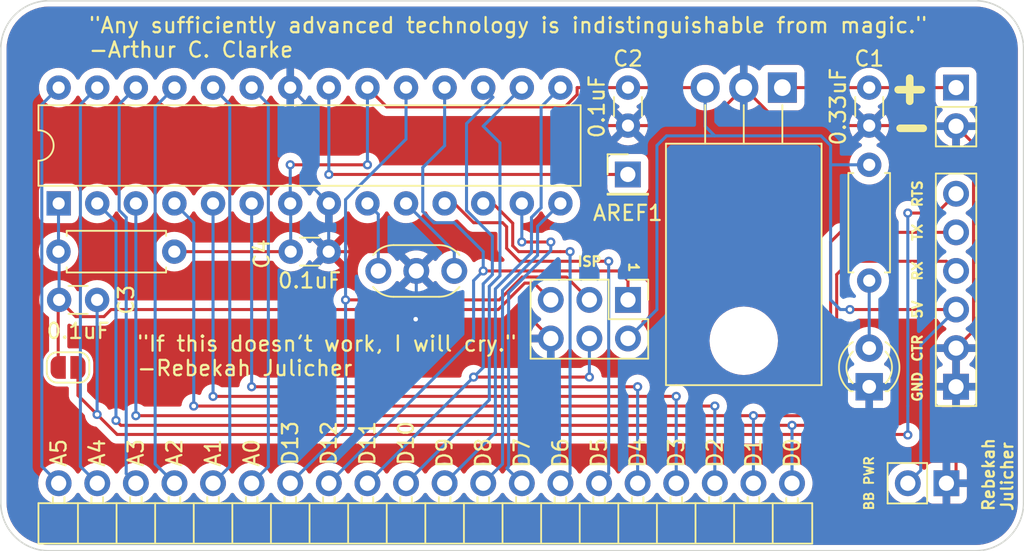
<source format=kicad_pcb>
(kicad_pcb (version 20240108) (generator "pcbnew") (generator_version "8.0")
  (layers (0 "F.Cu" signal) (31 "B.Cu" signal) (34 "B.Paste" user) (35 "F.Paste" user) (36 "B.SilkS" user "B.Silkscreen") (37 "F.SilkS" user "F.Silkscreen") (38 "B.Mask" user) (39 "F.Mask" user) (44 "Edge.Cuts" user))
  (net 0 "")
  (net 1 "+9V")
  (net 2 "GND")
  (net 3 "+5V")
  (net 4 "/DTR")
  (net 5 "/D1")
  (net 6 "/D0")
  (net 7 "Net-(AREF1-Pin_1)")
  (net 8 "/D13")
  (net 9 "/A1")
  (net 10 "/D2")
  (net 11 "/A5")
  (net 12 "/A2")
  (net 13 "/D3")
  (net 14 "/D11")
  (net 15 "/D8")
  (net 16 "/D10")
  (net 17 "/D7")
  (net 18 "/D6")
  (net 19 "/A4")
  (net 20 "/D5")
  (net 21 "/A3")
  (net 22 "/D9")
  (net 23 "/D12")
  (net 24 "/D4")
  (net 25 "/A0")
  (net 26 "Net-(U2-XTAL1{slash}PB6)")
  (net 27 "Net-(U2-XTAL2{slash}PB7)")
  (net 28 "/RESET")
  (net 29 "Net-(D1-A)")
  (footprint "Resistor_THT:R_Axial_DIN0207_L6.3mm_D2.5mm_P7.62mm_Horizontal" (layer "F.Cu") (at 93.98 59.055 -90)
    (property "Reference" "R2" (hide yes))
    (property "Value" "R" (hide yes))
    (fp_line (start 0.54 1.37) (end 7.08 1.37) (stroke (width 0.12)) (layer "F.SilkS"))
    (fp_line (start 7.08 1.37) (end 7.08 1.04) (stroke (width 0.12)) (layer "F.SilkS"))
    (fp_line (start 0.54 1.04) (end 0.54 1.37) (stroke (width 0.12)) (layer "F.SilkS"))
    (fp_line (start 0.54 -1.04) (end 0.54 -1.37) (stroke (width 0.12)) (layer "F.SilkS"))
    (fp_line (start 0.54 -1.37) (end 7.08 -1.37) (stroke (width 0.12)) (layer "F.SilkS"))
    (fp_line (start 7.08 -1.37) (end 7.08 -1.04) (stroke (width 0.12)) (layer "F.SilkS"))
    (pad "1" thru_hole circle (at 0 0 270) (size 1.6 1.6) (drill 0.8) (layers "*.Cu" "*.Mask") (net 3 "+5V"))
    (pad "2" thru_hole oval (at 7.62 0 270) (size 1.6 1.6) (drill 0.8) (layers "*.Cu" "*.Mask") (net 29 "Net-(D1-A)"))
  )
  (footprint "05833:C_Disc_D3.0mm_W1.6mm_P2.50mm" (layer "F.Cu") (at 40.67 67.945)
    (property "Reference" "C3" (at 4.415 0 -90) (layer "F.SilkS"))
    (property "Value" "0.1uF" (at 1.25 2.05 0) (layer "F.SilkS"))
    (fp_line (start 0.621 -0.92) (end 1.879 -0.92) (stroke (width 0.12)) (layer "F.SilkS"))
    (fp_line (start 0.621 0.92) (end 1.879 0.92) (stroke (width 0.12)) (layer "F.SilkS"))
    (pad "1" thru_hole circle (at 0 0) (size 1.6 1.6) (drill 0.8) (layers "*.Cu" "*.Mask") (net 28 "/RESET"))
    (pad "2" thru_hole circle (at 2.5 0) (size 1.6 1.6) (drill 0.8) (layers "*.Cu" "*.Mask") (net 4 "/DTR"))
  )
  (footprint "05833:PinHeader_1x01_P2.54mm_Vertical" (layer "F.Cu") (at 78.095 59.69)
    (property "Reference" "AREF1" (at 0 2.54 0) (layer "F.SilkS"))
    (property "Value" "AREF" (hide yes))
    (fp_line (start -1.33 -1.33) (end 0 -1.33) (stroke (width 0.12)) (layer "F.SilkS"))
    (fp_line (start -1.33 0) (end -1.33 -1.33) (stroke (width 0.12)) (layer "F.SilkS"))
    (fp_line (start -1.33 1.27) (end -1.33 1.33) (stroke (width 0.12)) (layer "F.SilkS"))
    (fp_line (start -1.33 1.27) (end 1.33 1.27) (stroke (width 0.12)) (layer "F.SilkS"))
    (fp_line (start -1.33 1.33) (end 1.33 1.33) (stroke (width 0.12)) (layer "F.SilkS"))
    (fp_line (start 1.33 1.27) (end 1.33 1.33) (stroke (width 0.12)) (layer "F.SilkS"))
    (pad "1" thru_hole rect (at 0 0) (size 1.7 1.7) (drill 1) (layers "*.Cu" "*.Mask") (net 7 "Net-(AREF1-Pin_1)"))
  )
  (footprint "05833:C_Disc_D3.0mm_W1.6mm_P2.50mm" (layer "F.Cu") (at 93.98 53.975 -90)
    (property "Reference" "C1" (at -1.905 0 0) (layer "F.SilkS"))
    (property "Value" "0.33uF" (at 1.25 2.05 90) (layer "F.SilkS"))
    (fp_line (start 0.621 0.92) (end 1.879 0.92) (stroke (width 0.12)) (layer "F.SilkS"))
    (fp_line (start 0.621 -0.92) (end 1.879 -0.92) (stroke (width 0.12)) (layer "F.SilkS"))
    (pad "1" thru_hole circle (at 0 0 270) (size 1.6 1.6) (drill 0.8) (layers "*.Cu" "*.Mask") (net 1 "+9V"))
    (pad "2" thru_hole circle (at 2.5 0 270) (size 1.6 1.6) (drill 0.8) (layers "*.Cu" "*.Mask") (net 2 "GND"))
  )
  (footprint "05833:ArduinoGPIO_1x20_P2.54mm_Horizontal" (layer "F.Cu") (at 88.9 80.01 -90)
    (property "Reference" "J4" (hide yes))
    (property "Value" "GPIO")
    (fp_line (start 1.313 49.59) (end 3.973 49.59) (stroke (width 0.12)) (layer "F.SilkS"))
    (fp_line (start 3.973 49.59) (end 3.973 -1.33) (stroke (width 0.12)) (layer "F.SilkS"))
    (fp_line (start 0.915929 48.64) (end 1.313 48.64) (stroke (width 0.12)) (layer "F.SilkS"))
    (fp_line (start 0.915929 47.88) (end 1.313 47.88) (stroke (width 0.12)) (layer "F.SilkS"))
    (fp_line (start 1.313 46.99) (end 3.973 46.99) (stroke (width 0.12)) (layer "F.SilkS"))
    (fp_line (start 0.915929 46.1) (end 1.313 46.1) (stroke (width 0.12)) (layer "F.SilkS"))
    (fp_line (start 0.915929 45.34) (end 1.313 45.34) (stroke (width 0.12)) (layer "F.SilkS"))
    (fp_line (start 1.313 44.45) (end 3.973 44.45) (stroke (width 0.12)) (layer "F.SilkS"))
    (fp_line (start 0.915929 43.56) (end 1.313 43.56) (stroke (width 0.12)) (layer "F.SilkS"))
    (fp_line (start 0.915929 42.8) (end 1.313 42.8) (stroke (width 0.12)) (layer "F.SilkS"))
    (fp_line (start 1.313 41.91) (end 3.973 41.91) (stroke (width 0.12)) (layer "F.SilkS"))
    (fp_line (start 0.915929 41.02) (end 1.313 41.02) (stroke (width 0.12)) (layer "F.SilkS"))
    (fp_line (start 0.915929 40.26) (end 1.313 40.26) (stroke (width 0.12)) (layer "F.SilkS"))
    (fp_line (start 1.313 39.37) (end 3.973 39.37) (stroke (width 0.12)) (layer "F.SilkS"))
    (fp_line (start 0.915929 38.48) (end 1.313 38.48) (stroke (width 0.12)) (layer "F.SilkS"))
    (fp_line (start 0.915929 37.72) (end 1.313 37.72) (stroke (width 0.12)) (layer "F.SilkS"))
    (fp_line (start 1.313 36.83) (end 3.973 36.83) (stroke (width 0.12)) (layer "F.SilkS"))
    (fp_line (start 0.915929 35.94) (end 1.313 35.94) (stroke (width 0.12)) (layer "F.SilkS"))
    (fp_line (start 0.915929 35.18) (end 1.313 35.18) (stroke (width 0.12)) (layer "F.SilkS"))
    (fp_line (start 1.313 34.29) (end 3.973 34.29) (stroke (width 0.12)) (layer "F.SilkS"))
    (fp_line (start 0.915929 33.4) (end 1.313 33.4) (stroke (width 0.12)) (layer "F.SilkS"))
    (fp_line (start 0.915929 32.64) (end 1.313 32.64) (stroke (width 0.12)) (layer "F.SilkS"))
    (fp_line (start 1.313 31.75) (end 3.973 31.75) (stroke (width 0.12)) (layer "F.SilkS"))
    (fp_line (start 0.915929 30.86) (end 1.313 30.86) (stroke (width 0.12)) (layer "F.SilkS"))
    (fp_line (start 0.915929 30.1) (end 1.313 30.1) (stroke (width 0.12)) (layer "F.SilkS"))
    (fp_line (start 1.313 29.21) (end 3.973 29.21) (stroke (width 0.12)) (layer "F.SilkS"))
    (fp_line (start 0.915929 28.32) (end 1.313 28.32) (stroke (width 0.12)) (layer "F.SilkS"))
    (fp_line (start 0.915929 27.56) (end 1.313 27.56) (stroke (width 0.12)) (layer "F.SilkS"))
    (fp_line (start 1.313 26.67) (end 3.973 26.67) (stroke (width 0.12)) (layer "F.SilkS"))
    (fp_line (start 0.915929 25.78) (end 1.313 25.78) (stroke (width 0.12)) (layer "F.SilkS"))
    (fp_line (start 0.915929 25.02) (end 1.313 25.02) (stroke (width 0.12)) (layer "F.SilkS"))
    (fp_line (start 1.313 24.13) (end 3.973 24.13) (stroke (width 0.12)) (layer "F.SilkS"))
    (fp_line (start 0.915929 23.24) (end 1.313 23.24) (stroke (width 0.12)) (layer "F.SilkS"))
    (fp_line (start 0.915929 22.48) (end 1.313 22.48) (stroke (width 0.12)) (layer "F.SilkS"))
    (fp_line (start 1.313 21.59) (end 3.973 21.59) (stroke (width 0.12)) (layer "F.SilkS"))
    (fp_line (start 0.915929 20.7) (end 1.313 20.7) (stroke (width 0.12)) (layer "F.SilkS"))
    (fp_line (start 0.915929 19.94) (end 1.313 19.94) (stroke (width 0.12)) (layer "F.SilkS"))
    (fp_line (start 1.313 19.05) (end 3.973 19.05) (stroke (width 0.12)) (layer "F.SilkS"))
    (fp_line (start 0.915929 18.16) (end 1.313 18.16) (stroke (width 0.12)) (layer "F.SilkS"))
    (fp_line (start 0.915929 17.4) (end 1.313 17.4) (stroke (width 0.12)) (layer "F.SilkS"))
    (fp_line (start 1.313 16.51) (end 3.973 16.51) (stroke (width 0.12)) (layer "F.SilkS"))
    (fp_line (start 0.915929 15.62) (end 1.313 15.62) (stroke (width 0.12)) (layer "F.SilkS"))
    (fp_line (start 0.915929 14.86) (end 1.313 14.86) (stroke (width 0.12)) (layer "F.SilkS"))
    (fp_line (start 1.313 13.97) (end 3.973 13.97) (stroke (width 0.12)) (layer "F.SilkS"))
    (fp_line (start 0.915929 13.08) (end 1.313 13.08) (stroke (width 0.12)) (layer "F.SilkS"))
    (fp_line (start 0.915929 12.32) (end 1.313 12.32) (stroke (width 0.12)) (layer "F.SilkS"))
    (fp_line (start 1.313 11.43) (end 3.973 11.43) (stroke (width 0.12)) (layer "F.SilkS"))
    (fp_line (start 0.915929 10.54) (end 1.313 10.54) (stroke (width 0.12)) (layer "F.SilkS"))
    (fp_line (start 0.915929 9.78) (end 1.313 9.78) (stroke (width 0.12)) (layer "F.SilkS"))
    (fp_line (start 1.313 8.89) (end 3.973 8.89) (stroke (width 0.12)) (layer "F.SilkS"))
    (fp_line (start 0.915929 8) (end 1.313 8) (stroke (width 0.12)) (layer "F.SilkS"))
    (fp_line (start 0.915929 7.24) (end 1.313 7.24) (stroke (width 0.12)) (layer "F.SilkS"))
    (fp_line (start 1.313 6.35) (end 3.973 6.35) (stroke (width 0.12)) (layer "F.SilkS"))
    (fp_line (start 0.915929 5.46) (end 1.313 5.46) (stroke (width 0.12)) (layer "F.SilkS"))
    (fp_line (start 0.915929 4.7) (end 1.313 4.7) (stroke (width 0.12)) (layer "F.SilkS"))
    (fp_line (start 1.313 3.81) (end 3.973 3.81) (stroke (width 0.12)) (layer "F.SilkS"))
    (fp_line (start 0.915929 2.92) (end 1.313 2.92) (stroke (width 0.12)) (layer "F.SilkS"))
    (fp_line (start 0.915929 2.16) (end 1.313 2.16) (stroke (width 0.12)) (layer "F.SilkS"))
    (fp_line (start 1.313 1.27) (end 3.973 1.27) (stroke (width 0.12)) (layer "F.SilkS"))
    (fp_line (start 0.983 0.38) (end 1.313 0.38) (stroke (width 0.12)) (layer "F.SilkS"))
    (fp_line (start 0.983 -0.38) (end 1.313 -0.38) (stroke (width 0.12)) (layer "F.SilkS"))
    (fp_line (start 1.313 -1.33) (end 1.313 49.59) (stroke (width 0.12)) (layer "F.SilkS"))
    (fp_line (start 3.973 -1.33) (end 1.313 -1.33) (stroke (width 0.12)) (layer "F.SilkS"))
    (fp_text user "A4" (at -2 45.72 90) (layer "F.SilkS"))
    (fp_text user "A3" (at -2 43.18 90) (layer "F.SilkS"))
    (fp_text user "D3" (at -2 7.62 90) (layer "F.SilkS"))
    (fp_text user "D4" (at -2 10.16 90) (layer "F.SilkS"))
    (fp_text user "D12" (at -2.635 30.48 90) (layer "F.SilkS"))
    (fp_text user "D11" (at -2.635 27.94 90) (layer "F.SilkS"))
    (fp_text user "D0" (at -2 0 90) (layer "F.SilkS"))
    (fp_text user "D10" (at -2.635 25.4 90) (layer "F.SilkS"))
    (fp_text user "A5" (at -2 48.26 90) (layer "F.SilkS"))
    (fp_text user "D8" (at -2 20.32 90) (layer "F.SilkS"))
    (fp_text user "D7" (at -2 17.78 90) (layer "F.SilkS"))
    (fp_text user "A1" (at -2 38.1 90) (layer "F.SilkS"))
    (fp_text user "D2" (at -2 5.08 90) (layer "F.SilkS"))
    (fp_text user "A2" (at -2 40.64 90) (layer "F.SilkS"))
    (fp_text user "D5" (at -2 12.7 90) (layer "F.SilkS"))
    (fp_text user "D6" (at -2 15.24 90) (layer "F.SilkS"))
    (fp_text user "A0" (at -2 35.56 90) (layer "F.SilkS"))
    (fp_text user "D9" (at -2 22.86 90) (layer "F.SilkS"))
    (fp_text user "D1" (at -2 2.54 90) (layer "F.SilkS"))
    (fp_text user "D13" (at -2.635 33.02 90) (layer "F.SilkS"))
    (pad "1" thru_hole circle (at 0 0 270) (size 1.7 1.7) (drill 1) (layers "*.Cu" "*.Mask") (net 6 "/D0"))
    (pad "2" thru_hole oval (at 0 2.54 270) (size 1.7 1.7) (drill 1) (layers "*.Cu" "*.Mask") (net 5 "/D1"))
    (pad "3" thru_hole oval (at 0 5.08 270) (size 1.7 1.7) (drill 1) (layers "*.Cu" "*.Mask") (net 10 "/D2"))
    (pad "4" thru_hole oval (at 0 7.62 270) (size 1.7 1.7) (drill 1) (layers "*.Cu" "*.Mask") (net 13 "/D3"))
    (pad "5" thru_hole oval (at 0 10.16 270) (size 1.7 1.7) (drill 1) (layers "*.Cu" "*.Mask") (net 24 "/D4"))
    (pad "6" thru_hole oval (at 0 12.7 270) (size 1.7 1.7) (drill 1) (layers "*.Cu" "*.Mask") (net 20 "/D5"))
    (pad "7" thru_hole oval (at 0 15.24 270) (size 1.7 1.7) (drill 1) (layers "*.Cu" "*.Mask") (net 18 "/D6"))
    (pad "8" thru_hole oval (at 0 17.78 270) (size 1.7 1.7) (drill 1) (layers "*.Cu" "*.Mask") (net 17 "/D7"))
    (pad "9" thru_hole oval (at 0 20.32 270) (size 1.7 1.7) (drill 1) (layers "*.Cu" "*.Mask") (net 15 "/D8"))
    (pad "10" thru_hole oval (at 0 22.86 270) (size 1.7 1.7) (drill 1) (layers "*.Cu" "*.Mask") (net 22 "/D9"))
    (pad "11" thru_hole oval (at 0 25.4 270) (size 1.7 1.7) (drill 1) (layers "*.Cu" "*.Mask") (net 16 "/D10"))
    (pad "12" thru_hole oval (at 0 27.94 270) (size 1.7 1.7) (drill 1) (layers "*.Cu" "*.Mask") (net 14 "/D11"))
    (pad "13" thru_hole oval (at 0 30.48 270) (size 1.7 1.7) (drill 1) (layers "*.Cu" "*.Mask") (net 23 "/D12"))
    (pad "14" thru_hole oval (at 0 33.02 270) (size 1.7 1.7) (drill 1) (layers "*.Cu" "*.Mask") (net 8 "/D13"))
    (pad "15" thru_hole oval (at 0 35.56 270) (size 1.7 1.7) (drill 1) (layers "*.Cu" "*.Mask") (net 25 "/A0"))
    (pad "16" thru_hole oval (at 0 38.1 270) (size 1.7 1.7) (drill 1) (layers "*.Cu" "*.Mask") (net 9 "/A1"))
    (pad "17" thru_hole oval (at 0 40.64 270) (size 1.7 1.7) (drill 1) (layers "*.Cu" "*.Mask") (net 12 "/A2"))
    (pad "18" thru_hole oval (at 0 43.18 270) (size 1.7 1.7) (drill 1) (layers "*.Cu" "*.Mask") (net 21 "/A3"))
    (pad "19" thru_hole oval (at 0 45.72 270) (size 1.7 1.7) (drill 1) (layers "*.Cu" "*.Mask") (net 19 "/A4"))
    (pad "20" thru_hole oval (at 0 48.26 270) (size 1.7 1.7) (drill 1) (layers "*.Cu" "*.Mask") (net 11 "/A5"))
  )
  (footprint "05833:C_Disc_D3.0mm_W1.6mm_P2.50mm" (layer "F.Cu") (at 58.41 64.77 180)
    (property "Reference" "C4" (at 4.405 -0.16 -90) (layer "F.SilkS"))
    (property "Value" "0.1uF" (at 1.26 -1.905 180) (layer "F.SilkS"))
    (fp_line (start 0.621 0.92) (end 1.879 0.92) (stroke (width 0.12)) (layer "F.SilkS"))
    (fp_line (start 0.621 -0.92) (end 1.879 -0.92) (stroke (width 0.12)) (layer "F.SilkS"))
    (pad "1" thru_hole circle (at 0 0 180) (size 1.6 1.6) (drill 0.8) (layers "*.Cu" "*.Mask") (net 2 "GND"))
    (pad "2" thru_hole circle (at 2.5 0 180) (size 1.6 1.6) (drill 0.8) (layers "*.Cu" "*.Mask") (net 3 "+5V"))
  )
  (footprint "05833:BB_PowerRails" (layer "F.Cu") (at 99.06 80.01 -90)
    (property "Reference" "J1" (hide yes))
    (property "Value" "BB Power" (hide yes))
    (fp_line (start -1.33 3.87) (end 1.33 3.87) (stroke (width 0.12)) (layer "F.SilkS"))
    (fp_line (start -1.33 1.27) (end -1.33 3.87) (stroke (width 0.12)) (layer "F.SilkS"))
    (fp_line (start -1.33 1.27) (end 1.33 1.27) (stroke (width 0.12)) (layer "F.SilkS"))
    (fp_line (start 1.33 1.27) (end 1.33 3.87) (stroke (width 0.12)) (layer "F.SilkS"))
    (fp_text user "BB PWR" (at 0 5.09 90) (layer "F.SilkS") (effects (font (size 0.6 0.6) (thickness 0.127) (bold yes))))
    (pad "1" thru_hole rect (at 0 0 270) (size 1.7 1.7) (drill 1) (layers "*.Cu" "*.Mask") (net 2 "GND"))
    (pad "2" thru_hole oval (at 0 2.54 270) (size 1.7 1.7) (drill 1) (layers "*.Cu" "*.Mask") (net 3 "+5V"))
  )
  (footprint "Jumper:SolderJumper-2_P1.3mm_Open_RoundedPad1.0x1.5mm" (layer "F.Cu") (at 41.26 72.39)
    (property "Reference" "JP1" (hide yes))
    (property "Value" "SolderJumper_2_Open" (hide yes))
    (fp_line (start -1.4 0.3) (end -1.4 -0.3) (stroke (width 0.12)) (layer "F.SilkS"))
    (fp_line (start -0.7 -1) (end 0.7 -1) (stroke (width 0.12)) (layer "F.SilkS"))
    (fp_line (start 0.7 1) (end -0.7 1) (stroke (width 0.12)) (layer "F.SilkS"))
    (fp_line (start 1.4 -0.3) (end 1.4 0.3) (stroke (width 0.12)) (layer "F.SilkS"))
    (fp_arc (start -1.4 -0.3) (mid -1.194975 -0.794975) (end -0.7 -1) (stroke (width 0.12)) (layer "F.SilkS"))
    (fp_arc (start -0.7 1) (mid -1.194975 0.794975) (end -1.4 0.3) (stroke (width 0.12)) (layer "F.SilkS"))
    (fp_arc (start 0.7 -1) (mid 1.194975 -0.794975) (end 1.4 -0.3) (stroke (width 0.12)) (layer "F.SilkS"))
    (fp_arc (start 1.4 0.3) (mid 1.194975 0.794975) (end 0.7 1) (stroke (width 0.12)) (layer "F.SilkS"))
    (pad "1" smd custom (at -0.65 0) (size 1 0.5) (layers "F.Cu" "F.Mask") (net 28 "/RESET") (options (clearance outline) (anchor rect)) (primitives (gr_circle (center 0 0.25) (end 0.5 0.25) (width 0) (fill yes)) (gr_circle (center 0 -0.25) (end 0.5 -0.25) (width 0) (fill yes)) (gr_poly (pts (xy 0.5 0.75) (xy 0 0.75) (xy 0 -0.75) (xy 0.5 -0.75)) (width 0) (fill yes))))
    (pad "2" smd custom (at 0.65 0) (size 1 0.5) (layers "F.Cu" "F.Mask") (net 4 "/DTR") (options (clearance outline) (anchor rect)) (primitives (gr_circle (center 0 0.25) (end 0.5 0.25) (width 0) (fill yes)) (gr_circle (center 0 -0.25) (end 0.5 -0.25) (width 0) (fill yes)) (gr_poly (pts (xy 0 0.75) (xy -0.5 0.75) (xy -0.5 -0.75) (xy 0 -0.75)) (width 0) (fill yes))))
  )
  (footprint "05833:FTDI_1x06_P2.54mm_Vertical" (layer "F.Cu") (at 99.695 73.66 180)
    (property "Reference" "J2" (hide yes))
    (property "Value" "FTDI" (hide yes))
    (fp_line (start 1.33 -1.27) (end 1.33 14.03) (stroke (width 0.12)) (layer "F.SilkS"))
    (fp_line (start -1.33 14.03) (end 1.33 14.03) (stroke (width 0.12)) (layer "F.SilkS"))
    (fp_line (start -1.33 -1.27) (end 1.33 -1.27) (stroke (width 0.12)) (layer "F.SilkS"))
    (fp_line (start -1.33 -1.27) (end -1.33 14.03) (stroke (width 0.12)) (layer "F.SilkS"))
    (fp_text user "CTR" (at 2.54 2.54 90) (layer "F.SilkS") (effects (font (size 0.635 0.635))))
    (fp_text user "5V" (at 2.54 5.08 -90) (layer "F.SilkS") (effects (font (size 0.635 0.635))))
    (fp_text user "GND" (at 2.54 0 -90) (layer "F.SilkS") (effects (font (size 0.635 0.635))))
    (fp_text user "RX" (at 2.54 7.62 -90) (layer "F.SilkS") (effects (font (size 0.635 0.635))))
    (fp_text user "RTS" (at 2.54 12.7 -90) (layer "F.SilkS") (effects (font (size 0.635 0.635))))
    (fp_text user "TX" (at 2.54 10.16 -90) (layer "F.SilkS") (effects (font (size 0.635 0.635))))
    (pad "1" thru_hole rect (at 0 0 180) (size 1.7 1.7) (drill 1) (layers "*.Cu" "*.Mask") (net 2 "GND"))
    (pad "2" thru_hole oval (at 0 2.54 180) (size 1.7 1.7) (drill 1) (layers "*.Cu" "*.Mask") (net 2 "GND"))
    (pad "3" thru_hole oval (at 0 5.08 180) (size 1.7 1.7) (drill 1) (layers "*.Cu" "*.Mask") (net 3 "+5V"))
    (pad "4" thru_hole oval (at 0 7.62 180) (size 1.7 1.7) (drill 1) (layers "*.Cu" "*.Mask") (net 6 "/D0"))
    (pad "5" thru_hole oval (at 0 10.16 180) (size 1.7 1.7) (drill 1) (layers "*.Cu" "*.Mask") (net 5 "/D1"))
    (pad "6" thru_hole oval (at 0 12.7 180) (size 1.7 1.7) (drill 1) (layers "*.Cu" "*.Mask") (net 4 "/DTR"))
  )
  (footprint "05833:C_Disc_D3.0mm_W1.6mm_P2.50mm" (layer "F.Cu") (at 78.105 53.975 -90)
    (property "Reference" "C2" (at -1.905 0 0) (layer "F.SilkS"))
    (property "Value" "0.1uF" (at 1.25 2.05 90) (layer "F.SilkS"))
    (fp_line (start 0.621 0.92) (end 1.879 0.92) (stroke (width 0.12)) (layer "F.SilkS"))
    (fp_line (start 0.621 -0.92) (end 1.879 -0.92) (stroke (width 0.12)) (layer "F.SilkS"))
    (pad "1" thru_hole circle (at 0 0 270) (size 1.6 1.6) (drill 0.8) (layers "*.Cu" "*.Mask") (net 3 "+5V"))
    (pad "2" thru_hole circle (at 2.5 0 270) (size 1.6 1.6) (drill 0.8) (layers "*.Cu" "*.Mask") (net 2 "GND"))
  )
  (footprint "05833:PinHeader_2x03_P2.54mm_Vertical" (layer "F.Cu") (at 78.105 67.945 -90)
    (property "Reference" "J3" (hide yes))
    (property "Value" "ISP" (at -2.52 2.53 0) (layer "F.SilkS") (effects (font (size 0.635 0.635))))
    (fp_line (start -1.33 6.41) (end 3.87 6.41) (stroke (width 0.12)) (layer "F.SilkS"))
    (fp_line (start -1.33 1.27) (end -1.33 6.41) (stroke (width 0.12)) (layer "F.SilkS"))
    (fp_line (start -1.33 1.27) (end 1.27 1.27) (stroke (width 0.12)) (layer "F.SilkS"))
    (fp_line (start 1.27 1.27) (end 1.27 -1.33) (stroke (width 0.12)) (layer "F.SilkS"))
    (fp_line (start -1.33 0) (end -1.33 -1.33) (stroke (width 0.12)) (layer "F.SilkS"))
    (fp_line (start -1.33 -1.33) (end 0 -1.33) (stroke (width 0.12)) (layer "F.SilkS"))
    (fp_line (start 1.27 -1.33) (end 3.87 -1.33) (stroke (width 0.12)) (layer "F.SilkS"))
    (fp_line (start 3.87 -1.33) (end 3.87 6.41) (stroke (width 0.12)) (layer "F.SilkS"))
    (pad "1" thru_hole rect (at 0 0 270) (size 1.7 1.7) (drill 1) (layers "*.Cu" "*.Mask") (net 23 "/D12"))
    (pad "2" thru_hole oval (at 2.54 0 270) (size 1.7 1.7) (drill 1) (layers "*.Cu" "*.Mask") (net 3 "+5V"))
    (pad "3" thru_hole oval (at 0 2.54 270) (size 1.7 1.7) (drill 1) (layers "*.Cu" "*.Mask") (net 8 "/D13"))
    (pad "4" thru_hole oval (at 2.54 2.54 270) (size 1.7 1.7) (drill 1) (layers "*.Cu" "*.Mask") (net 14 "/D11"))
    (pad "5" thru_hole oval (at 0 5.08 270) (size 1.7 1.7) (drill 1) (layers "*.Cu" "*.Mask") (net 28 "/RESET"))
    (pad "6" thru_hole oval (at 2.54 5.08 270) (size 1.7 1.7) (drill 1) (layers "*.Cu" "*.Mask") (net 2 "GND"))
  )
  (footprint "05833:R_Axial_QuarterWatt_Horizontal" (layer "F.Cu") (at 48.25 64.77 180)
    (property "Reference" "R1" (hide yes))
    (property "Value" "10K")
    (fp_line (start 7.08 1.37) (end 7.08 1.04) (stroke (width 0.12)) (layer "F.SilkS"))
    (fp_line (start 7.08 -1.37) (end 7.08 -1.04) (stroke (width 0.12)) (layer "F.SilkS"))
    (fp_line (start 0.54 1.37) (end 7.08 1.37) (stroke (width 0.12)) (layer "F.SilkS"))
    (fp_line (start 0.54 1.04) (end 0.54 1.37) (stroke (width 0.12)) (layer "F.SilkS"))
    (fp_line (start 0.54 -1.04) (end 0.54 -1.37) (stroke (width 0.12)) (layer "F.SilkS"))
    (fp_line (start 0.54 -1.37) (end 7.08 -1.37) (stroke (width 0.12)) (layer "F.SilkS"))
    (pad "1" thru_hole circle (at 0 0 180) (size 1.6 1.6) (drill 0.8) (layers "*.Cu" "*.Mask") (net 3 "+5V"))
    (pad "2" thru_hole oval (at 7.62 0 180) (size 1.6 1.6) (drill 0.8) (layers "*.Cu" "*.Mask") (net 28 "/RESET"))
  )
  (footprint "05833:Resonator-3Pin_W6.0mm_H3.0mm" (layer "F.Cu") (at 66.675 66.04 180)
    (property "Reference" "Y1" (hide yes))
    (property "Value" "16MHz Resonator")
    (fp_line (start 1 1.7) (end 4 1.7) (stroke (width 0.12)) (layer "F.SilkS"))
    (fp_line (start 1 -1.7) (end 4 -1.7) (stroke (width 0.12)) (layer "F.SilkS"))
    (fp_arc (start 5.33779 1.048961) (mid 4.743898 1.5286) (end 4 1.7) (stroke (width 0.12)) (layer "F.SilkS"))
    (fp_arc (start 4 -1.7) (mid 4.743897 -1.5286) (end 5.33779 -1.048961) (stroke (width 0.12)) (layer "F.SilkS"))
    (fp_arc (start 1 1.7) (mid 0.256103 1.5286) (end -0.33779 1.048961) (stroke (width 0.12)) (layer "F.SilkS"))
    (fp_arc (start -0.33779 -1.048961) (mid 0.256102 -1.5286) (end 1 -1.7) (stroke (width 0.12)) (layer "F.SilkS"))
    (pad "1" thru_hole circle (at 0 0 180) (size 1.7 1.7) (drill 1) (layers "*.Cu" "*.Mask") (net 27 "Net-(U2-XTAL2{slash}PB7)"))
    (pad "2" thru_hole circle (at 2.5 0 180) (size 1.7 1.7) (drill 1) (layers "*.Cu" "*.Mask") (net 2 "GND"))
    (pad "3" thru_hole circle (at 5 0 180) (size 1.7 1.7) (drill 1) (layers "*.Cu" "*.Mask") (net 26 "Net-(U2-XTAL1{slash}PB6)"))
  )
  (footprint "LED_THT:LED_D3.0mm" (layer "F.Cu") (at 93.98 73.66 90)
    (property "Reference" "D1" (hide yes))
    (property "Value" "LED" (hide yes))
    (fp_line (start -0.29 -1.236) (end -0.29 -1.08) (stroke (width 0.12)) (layer "F.SilkS"))
    (fp_line (start -0.29 1.08) (end -0.29 1.236) (stroke (width 0.12)) (layer "F.SilkS"))
    (fp_arc (start -0.29 -1.235516) (mid 1.366487 -1.987659) (end 2.942335 -1.078608) (stroke (width 0.12)) (layer "F.SilkS"))
    (fp_arc (start 0.229039 -1.08) (mid 1.270117 -1.5) (end 2.31113 -1.079837) (stroke (width 0.12)) (layer "F.SilkS"))
    (fp_arc (start 2.942335 1.078608) (mid 1.366487 1.987659) (end -0.29 1.235516) (stroke (width 0.12)) (layer "F.SilkS"))
    (fp_arc (start 2.31113 1.079837) (mid 1.270117 1.5) (end 0.229039 1.08) (stroke (width 0.12)) (layer "F.SilkS"))
    (pad "1" thru_hole rect (at 0 0 90) (size 1.8 1.8) (drill 0.9) (layers "*.Cu" "*.Mask") (net 2 "GND"))
    (pad "2" thru_hole circle (at 2.54 0 90) (size 1.8 1.8) (drill 0.9) (layers "*.Cu" "*.Mask") (net 29 "Net-(D1-A)"))
  )
  (footprint "Package_TO_SOT_THT:TO-220-3_Horizontal_TabDown" (layer "F.Cu") (at 88.265 53.975 180)
    (property "Reference" "U1" (hide yes))
    (property "Value" "LM7805" (hide yes))
    (fp_line (start 7.66 -19.58) (end 7.66 -3.69) (stroke (width 0.12)) (layer "F.SilkS"))
    (fp_line (start 5.08 -3.69) (end 5.08 -1.15) (stroke (width 0.12)) (layer "F.SilkS"))
    (fp_line (start 2.54 -3.69) (end 2.54 -1.15) (stroke (width 0.12)) (layer "F.SilkS"))
    (fp_line (start 0 -3.69) (end 0 -1.15) (stroke (width 0.12)) (layer "F.SilkS"))
    (fp_line (start -2.58 -3.69) (end 7.66 -3.69) (stroke (width 0.12)) (layer "F.SilkS"))
    (fp_line (start -2.58 -19.58) (end 7.66 -19.58) (stroke (width 0.12)) (layer "F.SilkS"))
    (fp_line (start -2.58 -19.58) (end -2.58 -3.69) (stroke (width 0.12)) (layer "F.SilkS"))
    (pad "" np_thru_hole oval (at 2.54 -16.66 180) (size 3.5 3.5) (drill 3.5) (layers "*.Cu" "*.Mask"))
    (pad "1" thru_hole rect (at 0 0 180) (size 1.905 2) (drill 1.1) (layers "*.Cu" "*.Mask") (net 1 "+9V"))
    (pad "2" thru_hole oval (at 2.54 0 180) (size 1.905 2) (drill 1.1) (layers "*.Cu" "*.Mask") (net 2 "GND"))
    (pad "3" thru_hole oval (at 5.08 0 180) (size 1.905 2) (drill 1.1) (layers "*.Cu" "*.Mask") (net 3 "+5V"))
  )
  (footprint "05833:DIP-28_W7.62mm" (layer "F.Cu") (at 40.64 61.595 90)
    (property "Reference" "U2" (hide yes))
    (property "Value" "ATmega328-P" (hide yes))
    (fp_line (start 6.46 -1.33) (end 4.81 -1.33) (stroke (width 0.12)) (layer "F.SilkS"))
    (fp_line (start 2.81 -1.33) (end 1.16 -1.33) (stroke (width 0.12)) (layer "F.SilkS"))
    (fp_line (start 1.16 -1.33) (end 1.16 34.35) (stroke (width 0.12)) (layer "F.SilkS"))
    (fp_line (start 6.46 34.35) (end 6.46 -1.33) (stroke (width 0.12)) (layer "F.SilkS"))
    (fp_line (start 1.16 34.35) (end 6.46 34.35) (stroke (width 0.12)) (layer "F.SilkS"))
    (fp_arc (start 4.81 -1.33) (mid 3.81 -0.33) (end 2.81 -1.33) (stroke (width 0.12)) (layer "F.SilkS"))
    (pad "1" thru_hole rect (at 0 0 90) (size 1.6 1.6) (drill 0.8) (layers "*.Cu" "*.Mask") (net 28 "/RESET"))
    (pad "2" thru_hole oval (at 0 2.54 90) (size 1.6 1.6) (drill 0.8) (layers "*.Cu" "*.Mask") (net 6 "/D0"))
    (pad "3" thru_hole oval (at 0 5.08 90) (size 1.6 1.6) (drill 0.8) (layers "*.Cu" "*.Mask") (net 5 "/D1"))
    (pad "4" thru_hole oval (at 0 7.62 90) (size 1.6 1.6) (drill 0.8) (layers "*.Cu" "*.Mask") (net 10 "/D2"))
    (pad "5" thru_hole oval (at 0 10.16 90) (size 1.6 1.6) (drill 0.8) (layers "*.Cu" "*.Mask") (net 13 "/D3"))
    (pad "6" thru_hole oval (at 0 12.7 90) (size 1.6 1.6) (drill 0.8) (layers "*.Cu" "*.Mask") (net 24 "/D4"))
    (pad "7" thru_hole oval (at 0 15.24 90) (size 1.6 1.6) (drill 0.8) (layers "*.Cu" "*.Mask") (net 3 "+5V"))
    (pad "8" thru_hole oval (at 0 17.78 90) (size 1.6 1.6) (drill 0.8) (layers "*.Cu" "*.Mask") (net 2 "GND"))
    (pad "9" thru_hole oval (at 0 20.32 90) (size 1.6 1.6) (drill 0.8) (layers "*.Cu" "*.Mask") (net 26 "Net-(U2-XTAL1{slash}PB6)"))
    (pad "10" thru_hole oval (at 0 22.86 90) (size 1.6 1.6) (drill 0.8) (layers "*.Cu" "*.Mask") (net 27 "Net-(U2-XTAL2{slash}PB7)"))
    (pad "11" thru_hole oval (at 0 25.4 90) (size 1.6 1.6) (drill 0.8) (layers "*.Cu" "*.Mask") (net 20 "/D5"))
    (pad "12" thru_hole oval (at 0 27.94 90) (size 1.6 1.6) (drill 0.8) (layers "*.Cu" "*.Mask") (net 18 "/D6"))
    (pad "13" thru_hole oval (at 0 30.48 90) (size 1.6 1.6) (drill 0.8) (layers "*.Cu" "*.Mask") (net 17 "/D7"))
    (pad "14" thru_hole oval (at 0 33.02 90) (size 1.6 1.6) (drill 0.8) (layers "*.Cu" "*.Mask") (net 15 "/D8"))
    (pad "15" thru_hole oval (at 7.62 33.02 90) (size 1.6 1.6) (drill 0.8) (layers "*.Cu" "*.Mask") (net 22 "/D9"))
    (pad "16" thru_hole oval (at 7.62 30.48 90) (size 1.6 1.6) (drill 0.8) (layers "*.Cu" "*.Mask") (net 16 "/D10"))
    (pad "17" thru_hole oval (at 7.62 27.94 90) (size 1.6 1.6) (drill 0.8) (layers "*.Cu" "*.Mask") (net 14 "/D11"))
    (pad "18" thru_hole oval (at 7.62 25.4 90) (size 1.6 1.6) (drill 0.8) (layers "*.Cu" "*.Mask") (net 23 "/D12"))
    (pad "19" thru_hole oval (at 7.62 22.86 90) (size 1.6 1.6) (drill 0.8) (layers "*.Cu" "*.Mask") (net 8 "/D13"))
    (pad "20" thru_hole oval (at 7.62 20.32 90) (size 1.6 1.6) (drill 0.8) (layers "*.Cu" "*.Mask") (net 3 "+5V"))
    (pad "21" thru_hole oval (at 7.62 17.78 90) (size 1.6 1.6) (drill 0.8) (layers "*.Cu" "*.Mask") (net 7 "Net-(AREF1-Pin_1)"))
    (pad "22" thru_hole oval (at 7.62 15.24 90) (size 1.6 1.6) (drill 0.8) (layers "*.Cu" "*.Mask") (net 2 "GND"))
    (pad "23" thru_hole oval (at 7.62 12.7 90) (size 1.6 1.6) (drill 0.8) (layers "*.Cu" "*.Mask") (net 25 "/A0"))
    (pad "24" thru_hole oval (at 7.62 10.16 90) (size 1.6 1.6) (drill 0.8) (layers "*.Cu" "*.Mask") (net 9 "/A1"))
    (pad "25" thru_hole oval (at 7.62 7.62 90) (size 1.6 1.6) (drill 0.8) (layers "*.Cu" "*.Mask") (net 12 "/A2"))
    (pad "26" thru_hole oval (at 7.62 5.08 90) (size 1.6 1.6) (drill 0.8) (layers "*.Cu" "*.Mask") (net 21 "/A3"))
    (pad "27" thru_hole oval (at 7.62 2.54 90) (size 1.6 1.6) (drill 0.8) (layers "*.Cu" "*.Mask") (net 19 "/A4"))
    (pad "28" thru_hole oval (at 7.62 0 90) (size 1.6 1.6) (drill 0.8) (layers "*.Cu" "*.Mask") (net 11 "/A5"))
  )
  (footprint "05833:Battery_SnapConnector" (layer "F.Cu") (at 99.695 53.975)
    (property "Reference" "BT1" (hide yes))
    (property "Value" "9V Clip" (hide yes))
    (fp_line (start -1.33 1.27) (end -1.33 3.87) (stroke (width 0.12)) (layer "F.SilkS"))
    (fp_line (start -1.33 1.27) (end 1.33 1.27) (stroke (width 0.12)) (layer "F.SilkS"))
    (fp_line (start -1.33 3.87) (end 1.33 3.87) (stroke (width 0.12)) (layer "F.SilkS"))
    (fp_line (start 1.33 1.27) (end 1.33 3.87) (stroke (width 0.12)) (layer "F.SilkS"))
    (fp_text user "-" (at -2.921 2.54 0) (layer "F.SilkS") (effects (font (size 2 2) (thickness 0.5))))
    (fp_text user "+" (at -3.048 0 0) (layer "F.SilkS") (effects (font (size 2 2) (thickness 0.5))))
    (pad "1" thru_hole rect (at 0 0) (size 1.7 1.7) (drill 1) (layers "*.Cu" "*.Mask") (net 1 "+9V"))
    (pad "2" thru_hole oval (at 0 2.54) (size 1.7 1.7) (drill 1) (layers "*.Cu" "*.Mask") (net 2 "GND"))
  )
  (gr_arc (start 104.14 81.28) (mid 103.210064 83.525064) (end 100.965 84.455) (stroke (width 0.1)) (layer "Edge.Cuts"))
  (gr_line (start 36.83 51.435) (end 36.83 81.28) (stroke (width 0.1)) (layer "Edge.Cuts"))
  (gr_arc (start 36.83 51.435) (mid 37.759936 49.189936) (end 40.005 48.26) (stroke (width 0.1)) (layer "Edge.Cuts"))
  (gr_arc (start 40.005 84.455) (mid 37.759936 83.525064) (end 36.83 81.28) (stroke (width 0.1)) (layer "Edge.Cuts"))
  (gr_arc (start 100.965 48.26) (mid 103.210064 49.189936) (end 104.14 51.435) (stroke (width 0.1)) (layer "Edge.Cuts"))
  (gr_line (start 100.965 48.26) (end 40.005 48.26) (stroke (width 0.1)) (layer "Edge.Cuts"))
  (gr_line (start 104.14 51.435) (end 104.14 81.28) (stroke (width 0.1)) (layer "Edge.Cuts"))
  (gr_line (start 100.965 84.455) (end 40.005 84.455) (stroke (width 0.1)) (layer "Edge.Cuts"))
  (gr_text "{dblquote}If this doesn't work, I will cry.{dblquote}\n-Rebekah Julicher" (at 45.72 73.025 0) (layer "F.SilkS") (effects (font (size 1 1)) (justify left bottom)))
  (gr_text "1" (at 78.105 65.405 -90) (layer "F.SilkS") (effects (font (size 0.635 0.635)) (justify left bottom)))
  (gr_text "{dblquote}Any sufficiently advanced technology is indistinguishable from magic.{dblquote}\n-Arthur C. Clarke" (at 42.545 52.07 0) (layer "F.SilkS") (effects (font (size 1 1)) (justify left bottom)))
  (gr_text "Rebekah\nJulicher" (at 103.505 81.915 90) (layer "F.SilkS") (effects (font (size 0.762 0.762)) (justify left bottom)))
  (segment (start 88.265 53.975) (end 93.98 53.975) (width 0.2) (layer "F.Cu") (net 1))
  (segment (start 93.98 53.975) (end 99.695 53.975) (width 0.2) (layer "F.Cu") (net 1))
  (segment (start 99.705 73.67) (end 99.695 73.66) (width 0.2) (layer "F.Cu") (net 2))
  (segment (start 83.225 56.475) (end 85.725 53.975) (width 0.2) (layer "F.Cu") (net 2))
  (segment (start 99.695 73.66) (end 99.695 79.375) (width 0.2) (layer "F.Cu") (net 2))
  (segment (start 99.655 56.475) (end 99.695 56.515) (width 0.2) (layer "F.Cu") (net 2))
  (segment (start 58.38 56.475) (end 55.88 53.975) (width 0.2) (layer "F.Cu") (net 2))
  (segment (start 100.845 57.665) (end 99.695 56.515) (width 0.2) (layer "F.Cu") (net 2))
  (segment (start 99.695 73.66) (end 99.695 71.12) (width 0.2) (layer "F.Cu") (net 2))
  (segment (start 71.755 69.215) (end 73.025 70.485) (width 0.2) (layer "F.Cu") (net 2))
  (segment (start 64.135 69.215) (end 71.755 69.215) (width 0.2) (layer "F.Cu") (net 2))
  (segment (start 93.98 73.66) (end 99.695 73.66) (width 0.2) (layer "F.Cu") (net 2))
  (segment (start 85.725 53.975) (end 88.225 56.475) (width 0.2) (layer "F.Cu") (net 2))
  (segment (start 78.105 56.475) (end 58.38 56.475) (width 0.2) (layer "F.Cu") (net 2))
  (segment (start 88.225 56.475) (end 93.98 56.475) (width 0.2) (layer "F.Cu") (net 2))
  (segment (start 78.105 56.475) (end 83.225 56.475) (width 0.2) (layer "F.Cu") (net 2))
  (segment (start 93.98 56.475) (end 99.655 56.475) (width 0.2) (layer "F.Cu") (net 2))
  (segment (start 99.695 79.375) (end 99.06 80.01) (width 0.2) (layer "F.Cu") (net 2))
  (segment (start 62.905 64.77) (end 64.175 66.04) (width 0.2) (layer "F.Cu") (net 2))
  (segment (start 100.845 69.97) (end 100.845 57.665) (width 0.2) (layer "F.Cu") (net 2))
  (segment (start 99.695 71.12) (end 100.845 69.97) (width 0.2) (layer "F.Cu") (net 2))
  (segment (start 58.41 64.77) (end 62.905 64.77) (width 0.2) (layer "F.Cu") (net 2))
  (via (at 64.135 69.215) (size 0.6) (drill 0.3) (layers "F.Cu" "B.Cu") (net 2))
  (segment (start 58.41 61.605) (end 58.42 61.595) (width 0.2) (layer "B.Cu") (net 2))
  (segment (start 64.175 66.04) (end 64.175 69.175) (width 0.2) (layer "B.Cu") (net 2))
  (segment (start 58.41 64.77) (end 58.41 61.605) (width 0.2) (layer "B.Cu") (net 2))
  (segment (start 58.42 61.595) (end 56.98 60.155) (width 0.2) (layer "B.Cu") (net 2))
  (segment (start 56.98 60.155) (end 56.98 55.075) (width 0.2) (layer "B.Cu") (net 2))
  (segment (start 64.175 69.175) (end 64.135 69.215) (width 0.2) (layer "B.Cu") (net 2))
  (segment (start 56.98 55.075) (end 55.88 53.975) (width 0.2) (layer "B.Cu") (net 2))
  (segment (start 62.23 55.245) (end 60.96 53.975) (width 0.2) (layer "F.Cu") (net 3))
  (segment (start 78.105 53.975) (end 74.76 53.975) (width 0.2) (layer "F.Cu") (net 3))
  (segment (start 48.25 64.77) (end 55.91 64.77) (width 0.2) (layer "F.Cu") (net 3))
  (segment (start 55.88 59.055) (end 60.96 59.055) (width 0.2) (layer "F.Cu") (net 3))
  (segment (start 74.76 53.975) (end 74.76 54.430635) (width 0.2) (layer "F.Cu") (net 3))
  (segment (start 74.76 54.430635) (end 73.945635 55.245) (width 0.2) (layer "F.Cu") (net 3))
  (segment (start 92.71 68.58) (end 95.25 68.58) (width 0.2) (layer "F.Cu") (net 3))
  (segment (start 83.185 53.975) (end 78.105 53.975) (width 0.2) (layer "F.Cu") (net 3))
  (segment (start 73.945635 55.245) (end 62.23 55.245) (width 0.2) (layer "F.Cu") (net 3))
  (segment (start 55.91 61.625) (end 55.88 61.595) (width 0.2) (layer "F.Cu") (net 3))
  (segment (start 95.25 68.58) (end 99.695 68.58) (width 0.2) (layer "F.Cu") (net 3))
  (via (at 60.96 59.055) (size 0.6) (drill 0.3) (layers "F.Cu" "B.Cu") (net 3))
  (via (at 55.88 59.055) (size 0.6) (drill 0.3) (layers "F.Cu" "B.Cu") (net 3))
  (via (at 92.71 68.58) (size 0.6) (drill 0.3) (layers "F.Cu" "B.Cu") (net 3))
  (segment (start 92.075 68.58) (end 92.71 68.58) (width 0.2) (layer "B.Cu") (net 3))
  (segment (start 96.52 80.01) (end 97.37 79.16) (width 0.2) (layer "B.Cu") (net 3))
  (segment (start 55.88 61.595) (end 55.88 59.055) (width 0.2) (layer "B.Cu") (net 3))
  (segment (start 93.98 59.055) (end 91.44 59.055) (width 0.2) (layer "B.Cu") (net 3))
  (segment (start 83.82 57.15) (end 80.645 57.15) (width 0.2) (layer "B.Cu") (net 3))
  (segment (start 80.645 57.15) (end 80.01 57.785) (width 0.2) (layer "B.Cu") (net 3))
  (segment (start 97.37 70.905) (end 99.695 68.58) (width 0.2) (layer "B.Cu") (net 3))
  (segment (start 91.44 59.055) (end 91.44 67.945) (width 0.2) (layer "B.Cu") (net 3))
  (segment (start 60.96 59.055) (end 60.96 53.975) (width 0.2) (layer "B.Cu") (net 3))
  (segment (start 80.01 68.58) (end 78.105 70.485) (width 0.2) (layer "B.Cu") (net 3))
  (segment (start 80.01 57.785) (end 80.01 68.58) (width 0.2) (layer "B.Cu") (net 3))
  (segment (start 83.185 56.515) (end 83.82 57.15) (width 0.2) (layer "B.Cu") (net 3))
  (segment (start 83.82 57.15) (end 90.805 57.15) (width 0.2) (layer "B.Cu") (net 3))
  (segment (start 55.91 61.625) (end 55.88 61.595) (width 0.2) (layer "B.Cu") (net 3))
  (segment (start 55.91 64.77) (end 55.91 61.625) (width 0.2) (layer "B.Cu") (net 3))
  (segment (start 83.185 53.975) (end 83.185 56.515) (width 0.2) (layer "B.Cu") (net 3))
  (segment (start 90.805 57.15) (end 91.44 57.785) (width 0.2) (layer "B.Cu") (net 3))
  (segment (start 97.37 79.16) (end 97.37 70.905) (width 0.2) (layer "B.Cu") (net 3))
  (segment (start 91.44 67.945) (end 92.075 68.58) (width 0.2) (layer "B.Cu") (net 3))
  (segment (start 91.44 57.785) (end 91.44 59.055) (width 0.2) (layer "B.Cu") (net 3))
  (segment (start 41.91 74.225685) (end 43.17 75.485685) (width 0.2) (layer "F.Cu") (net 4))
  (segment (start 96.52 62.23) (end 98.425 62.23) (width 0.2) (layer "F.Cu") (net 4))
  (segment (start 41.91 72.39) (end 41.91 74.225685) (width 0.2) (layer "F.Cu") (net 4))
  (segment (start 43.17 75.485685) (end 44.484315 76.8) (width 0.2) (layer "F.Cu") (net 4))
  (segment (start 96.555 76.8) (end 96.52 76.835) (width 0.2) (layer "F.Cu") (net 4))
  (segment (start 44.484315 76.8) (end 96.555 76.8) (width 0.2) (layer "F.Cu") (net 4))
  (segment (start 98.425 62.23) (end 99.695 60.96) (width 0.2) (layer "F.Cu") (net 4))
  (via (at 96.52 62.23) (size 0.6) (drill 0.3) (layers "F.Cu" "B.Cu") (net 4))
  (via (at 43.17 75.485685) (size 0.6) (drill 0.3) (layers "F.Cu" "B.Cu") (net 4))
  (via (at 96.52 76.835) (size 0.6) (drill 0.3) (layers "F.Cu" "B.Cu") (net 4))
  (segment (start 96.52 62.23) (end 96.52 74.93) (width 0.2) (layer "B.Cu") (net 4))
  (segment (start 43.17 67.945) (end 43.17 75.485685) (width 0.2) (layer "B.Cu") (net 4))
  (segment (start 96.52 74.93) (end 96.52 76.835) (width 0.2) (layer "B.Cu") (net 4))
  (segment (start 91.44 74.93) (end 91.44 64.135) (width 0.2) (layer "F.Cu") (net 5))
  (segment (start 86.36 75.565) (end 90.805 75.565) (width 0.2) (layer "F.Cu") (net 5))
  (segment (start 92.075 63.5) (end 99.695 63.5) (width 0.2) (layer "F.Cu") (net 5))
  (segment (start 45.72 75.565) (end 86.36 75.565) (width 0.2) (layer "F.Cu") (net 5))
  (segment (start 90.805 75.565) (end 91.44 74.93) (width 0.2) (layer "F.Cu") (net 5))
  (segment (start 91.44 64.135) (end 92.075 63.5) (width 0.2) (layer "F.Cu") (net 5))
  (via (at 45.72 75.565) (size 0.6) (drill 0.3) (layers "F.Cu" "B.Cu") (net 5))
  (via (at 86.36 75.565) (size 0.6) (drill 0.3) (layers "F.Cu" "B.Cu") (net 5))
  (segment (start 45.72 62.23) (end 45.72 75.565) (width 0.2) (layer "B.Cu") (net 5))
  (segment (start 45.72 61.595) (end 45.72 62.23) (width 0.2) (layer "B.Cu") (net 5))
  (segment (start 86.36 75.565) (end 86.36 80.01) (width 0.2) (layer "B.Cu") (net 5))
  (segment (start 99.06 65.405) (end 92.71 65.405) (width 0.2) (layer "F.Cu") (net 6))
  (segment (start 91.84 66.275) (end 91.84 75.095686) (width 0.2) (layer "F.Cu") (net 6))
  (segment (start 44.732844 76.2) (end 88.9 76.2) (width 0.2) (layer "F.Cu") (net 6))
  (segment (start 91.84 75.095686) (end 90.805 76.130686) (width 0.2) (layer "F.Cu") (net 6))
  (segment (start 99.695 66.04) (end 99.06 65.405) (width 0.2) (layer "F.Cu") (net 6))
  (segment (start 90.805 76.2) (end 88.9 76.2) (width 0.2) (layer "F.Cu") (net 6))
  (segment (start 44.411422 75.878578) (end 44.732844 76.2) (width 0.2) (layer "F.Cu") (net 6))
  (segment (start 90.805 76.130686) (end 90.805 76.2) (width 0.2) (layer "F.Cu") (net 6))
  (segment (start 92.71 65.405) (end 91.84 66.275) (width 0.2) (layer "F.Cu") (net 6))
  (via (at 44.411422 75.878578) (size 0.6) (drill 0.3) (layers "F.Cu" "B.Cu") (net 6))
  (via (at 88.9 76.2) (size 0.6) (drill 0.3) (layers "F.Cu" "B.Cu") (net 6))
  (segment (start 88.9 76.2) (end 88.9 80.01) (width 0.2) (layer "B.Cu") (net 6))
  (segment (start 44.411422 62.826422) (end 44.411422 75.878578) (width 0.2) (layer "B.Cu") (net 6))
  (segment (start 43.18 61.595) (end 44.411422 62.826422) (width 0.2) (layer "B.Cu") (net 6))
  (segment (start 78.095 59.69) (end 58.42 59.69) (width 0.2) (layer "F.Cu") (net 7))
  (via (at 58.42 59.69) (size 0.6) (drill 0.3) (layers "F.Cu" "B.Cu") (net 7))
  (segment (start 58.42 59.69) (end 58.42 53.975) (width 0.2) (layer "B.Cu") (net 7))
  (segment (start 69.639264 67.945) (end 59.52 67.945) (width 0.2) (layer "F.Cu") (net 8))
  (segment (start 71.144264 66.44) (end 69.639264 67.945) (width 0.2) (layer "F.Cu") (net 8))
  (segment (start 74.06 66.44) (end 71.144264 66.44) (width 0.2) (layer "F.Cu") (net 8))
  (segment (start 74.06 66.44) (end 75.565 67.945) (width 0.2) (layer "F.Cu") (net 8))
  (via (at 59.52 67.945) (size 0.6) (drill 0.3) (layers "F.Cu" "B.Cu") (net 8))
  (segment (start 59.52 76.37) (end 55.88 80.01) (width 0.2) (layer "B.Cu") (net 8))
  (segment (start 59.52 61.343529) (end 59.52 76.37) (width 0.2) (layer "B.Cu") (net 8))
  (segment (start 63.5 57.363529) (end 59.52 61.343529) (width 0.2) (layer "B.Cu") (net 8))
  (segment (start 63.5 53.975) (end 63.5 57.363529) (width 0.2) (layer "B.Cu") (net 8))
  (segment (start 51.9 55.075) (end 51.9 78.91) (width 0.2) (layer "B.Cu") (net 9))
  (segment (start 50.8 53.975) (end 51.9 55.075) (width 0.2) (layer "B.Cu") (net 9))
  (segment (start 51.9 78.91) (end 50.8 80.01) (width 0.2) (layer "B.Cu") (net 9))
  (segment (start 49.53 74.93) (end 50.8 74.93) (width 0.2) (layer "F.Cu") (net 10))
  (segment (start 50.8 74.93) (end 83.82 74.93) (width 0.2) (layer "F.Cu") (net 10))
  (via (at 83.82 74.93) (size 0.6) (drill 0.3) (layers "F.Cu" "B.Cu") (net 10))
  (via (at 49.53 74.93) (size 0.6) (drill 0.3) (layers "F.Cu" "B.Cu") (net 10))
  (segment (start 49.53 62.865) (end 49.53 74.93) (width 0.2) (layer "B.Cu") (net 10))
  (segment (start 83.82 74.93) (end 83.82 80.01) (width 0.2) (layer "B.Cu") (net 10))
  (segment (start 48.26 61.595) (end 49.53 62.865) (width 0.2) (layer "B.Cu") (net 10))
  (segment (start 39.53 78.9) (end 40.64 80.01) (width 0.2) (layer "B.Cu") (net 11))
  (segment (start 40.64 53.975) (end 39.53 55.085) (width 0.2) (layer "B.Cu") (net 11))
  (segment (start 39.53 55.085) (end 39.53 78.9) (width 0.2) (layer "B.Cu") (net 11))
  (segment (start 46.99 55.245) (end 46.99 78.74) (width 0.2) (layer "B.Cu") (net 12))
  (segment (start 46.99 78.74) (end 48.26 80.01) (width 0.2) (layer "B.Cu") (net 12))
  (segment (start 48.26 53.975) (end 46.99 55.245) (width 0.2) (layer "B.Cu") (net 12))
  (segment (start 50.8 74.295) (end 81.28 74.295) (width 0.2) (layer "F.Cu") (net 13))
  (via (at 50.8 74.295) (size 0.6) (drill 0.3) (layers "F.Cu" "B.Cu") (net 13))
  (via (at 81.28 74.295) (size 0.6) (drill 0.3) (layers "F.Cu" "B.Cu") (net 13))
  (segment (start 81.28 74.295) (end 81.28 80.01) (width 0.2) (layer "B.Cu") (net 13))
  (segment (start 50.8 61.595) (end 50.8 74.295) (width 0.2) (layer "B.Cu") (net 13))
  (segment (start 75.565 73.025) (end 67.945 73.025) (width 0.2) (layer "F.Cu") (net 14))
  (via (at 75.565 73.025) (size 0.6) (drill 0.3) (layers "F.Cu" "B.Cu") (net 14))
  (via (at 67.945 73.025) (size 0.6) (drill 0.3) (layers "F.Cu" "B.Cu") (net 14))
  (segment (start 69.215 54.61) (end 67.48 56.345) (width 0.2) (layer "B.Cu") (net 14))
  (segment (start 69.18 63.750635) (end 69.18 66.288529) (width 0.2) (layer "B.Cu") (net 14))
  (segment (start 68.58 72.39) (end 67.945 73.025) (width 0.2) (layer "B.Cu") (net 14))
  (segment (start 67.945 73.025) (end 60.96 80.01) (width 0.2) (layer "B.Cu") (net 14))
  (segment (start 67.48 56.345) (end 67.48 62.050635) (width 0.2) (layer "B.Cu") (net 14))
  (segment (start 68.58 53.975) (end 69.215 54.61) (width 0.2) (layer "B.Cu") (net 14))
  (segment (start 75.565 73.025) (end 75.565 70.485) (width 0.2) (layer "B.Cu") (net 14))
  (segment (start 68.58 66.888529) (end 68.58 72.39) (width 0.2) (layer "B.Cu") (net 14))
  (segment (start 69.18 66.288529) (end 68.58 66.888529) (width 0.2) (layer "B.Cu") (net 14))
  (segment (start 67.48 62.050635) (end 69.18 63.750635) (width 0.2) (layer "B.Cu") (net 14))
  (segment (start 69.85 78.74) (end 68.58 80.01) (width 0.2) (layer "B.Cu") (net 15))
  (segment (start 73.66 61.595) (end 72.155 63.1) (width 0.2) (layer "B.Cu") (net 15))
  (segment (start 72.155 63.1) (end 72.155 65.010587) (width 0.2) (layer "B.Cu") (net 15))
  (segment (start 72.155 65.010587) (end 69.85 67.315587) (width 0.2) (layer "B.Cu") (net 15))
  (segment (start 69.85 67.315587) (end 69.85 78.74) (width 0.2) (layer "B.Cu") (net 15))
  (segment (start 68.98 74.53) (end 63.5 80.01) (width 0.2) (layer "B.Cu") (net 16))
  (segment (start 68.98 67.054215) (end 68.98 74.53) (width 0.2) (layer "B.Cu") (net 16))
  (segment (start 68.58 56.515) (end 69.68 57.615) (width 0.2) (layer "B.Cu") (net 16))
  (segment (start 69.68 57.615) (end 69.68 66.354215) (width 0.2) (layer "B.Cu") (net 16))
  (segment (start 69.68 66.354215) (end 68.98 67.054215) (width 0.2) (layer "B.Cu") (net 16))
  (segment (start 71.12 53.975) (end 68.58 56.515) (width 0.2) (layer "B.Cu") (net 16))
  (segment (start 71.12 64.135) (end 73.025 64.135) (width 0.2) (layer "F.Cu") (net 17))
  (via (at 73.025 64.135) (size 0.6) (drill 0.3) (layers "F.Cu" "B.Cu") (net 17))
  (via (at 71.12 64.135) (size 0.6) (drill 0.3) (layers "F.Cu" "B.Cu") (net 17))
  (segment (start 71.12 61.595) (end 71.12 62.23) (width 0.2) (layer "B.Cu") (net 17))
  (segment (start 70.25 78.905685) (end 70.132843 79.022843) (width 0.2) (layer "B.Cu") (net 17))
  (segment (start 70.25 67.481273) (end 70.25 78.905685) (width 0.2) (layer "B.Cu") (net 17))
  (segment (start 73.025 64.706273) (end 70.25 67.481273) (width 0.2) (layer "B.Cu") (net 17))
  (segment (start 73.025 64.135) (end 73.025 64.706273) (width 0.2) (layer "B.Cu") (net 17))
  (segment (start 71.12 62.23) (end 71.12 64.135) (width 0.2) (layer "B.Cu") (net 17))
  (segment (start 70.132843 79.022843) (end 71.12 80.01) (width 0.2) (layer "B.Cu") (net 17))
  (segment (start 70.52 64.383529) (end 70.52 62.9) (width 0.2) (layer "F.Cu") (net 18))
  (segment (start 73.66 64.77) (end 70.906471 64.77) (width 0.2) (layer "F.Cu") (net 18))
  (segment (start 73.66 64.77) (end 74.295 64.77) (width 0.2) (layer "F.Cu") (net 18))
  (segment (start 69.215 61.595) (end 68.58 61.595) (width 0.2) (layer "F.Cu") (net 18))
  (segment (start 70.906471 64.77) (end 70.52 64.383529) (width 0.2) (layer "F.Cu") (net 18))
  (segment (start 70.52 62.9) (end 69.215 61.595) (width 0.2) (layer "F.Cu") (net 18))
  (via (at 74.295 64.77) (size 0.6) (drill 0.3) (layers "F.Cu" "B.Cu") (net 18))
  (segment (start 74.295 79.375) (end 73.66 80.01) (width 0.2) (layer "B.Cu") (net 18))
  (segment (start 74.295 64.77) (end 74.295 79.375) (width 0.2) (layer "B.Cu") (net 18))
  (segment (start 42.07 78.9) (end 43.18 80.01) (width 0.2) (layer "B.Cu") (net 19))
  (segment (start 42.07 55.085) (end 42.07 78.9) (width 0.2) (layer "B.Cu") (net 19))
  (segment (start 43.18 53.975) (end 42.07 55.085) (width 0.2) (layer "B.Cu") (net 19))
  (segment (start 70.12 64.549215) (end 70.975785 65.405) (width 0.2) (layer "F.Cu") (net 20))
  (segment (start 69.85 62.865) (end 70.12 63.135) (width 0.2) (layer "F.Cu") (net 20))
  (segment (start 70.975785 65.405) (end 76.2 65.405) (width 0.2) (layer "F.Cu") (net 20))
  (segment (start 70.12 63.135) (end 70.12 64.549215) (width 0.2) (layer "F.Cu") (net 20))
  (segment (start 76.2 65.405) (end 76.835 65.405) (width 0.2) (layer "F.Cu") (net 20))
  (segment (start 66.675 61.595) (end 67.945 62.865) (width 0.2) (layer "F.Cu") (net 20))
  (segment (start 67.945 62.865) (end 69.85 62.865) (width 0.2) (layer "F.Cu") (net 20))
  (segment (start 66.04 61.595) (end 66.675 61.595) (width 0.2) (layer "F.Cu") (net 20))
  (via (at 76.835 65.405) (size 0.6) (drill 0.3) (layers "F.Cu" "B.Cu") (net 20))
  (segment (start 76.835 65.405) (end 76.835 79.375) (width 0.2) (layer "B.Cu") (net 20))
  (segment (start 76.835 79.375) (end 76.2 80.01) (width 0.2) (layer "B.Cu") (net 20))
  (segment (start 45.085 62.515635) (end 45.085 79.375) (width 0.2) (layer "B.Cu") (net 21))
  (segment (start 44.62 62.050635) (end 45.085 62.515635) (width 0.2) (layer "B.Cu") (net 21))
  (segment (start 44.62 55.075) (end 44.62 62.050635) (width 0.2) (layer "B.Cu") (net 21))
  (segment (start 45.085 79.375) (end 45.72 80.01) (width 0.2) (layer "B.Cu") (net 21))
  (segment (start 45.72 53.975) (end 44.62 55.075) (width 0.2) (layer "B.Cu") (net 21))
  (segment (start 71.755 64.844901) (end 69.38 67.219901) (width 0.2) (layer "B.Cu") (net 22))
  (segment (start 69.38 76.67) (end 66.04 80.01) (width 0.2) (layer "B.Cu") (net 22))
  (segment (start 66.04 79.375) (end 66.04 80.01) (width 0.2) (layer "B.Cu") (net 22))
  (segment (start 72.39 61.880635) (end 71.755 62.515635) (width 0.2) (layer "B.Cu") (net 22))
  (segment (start 72.39 55.245) (end 72.39 61.880635) (width 0.2) (layer "B.Cu") (net 22))
  (segment (start 71.755 62.515635) (end 71.755 64.844901) (width 0.2) (layer "B.Cu") (net 22))
  (segment (start 73.66 53.975) (end 72.39 55.245) (width 0.2) (layer "B.Cu") (net 22))
  (segment (start 69.38 67.219901) (end 69.38 76.67) (width 0.2) (layer "B.Cu") (net 22))
  (segment (start 77.47 66.04) (end 68.58 66.04) (width 0.2) (layer "F.Cu") (net 23))
  (segment (start 77.47 66.04) (end 78.105 66.675) (width 0.2) (layer "F.Cu") (net 23))
  (segment (start 78.105 66.675) (end 78.105 67.945) (width 0.2) (layer "F.Cu") (net 23))
  (via (at 68.58 66.04) (size 0.6) (drill 0.3) (layers "F.Cu" "B.Cu") (net 23))
  (segment (start 67.945 66.675) (end 67.945 70.485) (width 0.2) (layer "B.Cu") (net 23))
  (segment (start 65.335686 62.865) (end 66.675 62.865) (width 0.2) (layer "B.Cu") (net 23))
  (segment (start 66.04 53.975) (end 66.04 57.794365) (width 0.2) (layer "B.Cu") (net 23))
  (segment (start 64.6 62.129314) (end 65.335686 62.865) (width 0.2) (layer "B.Cu") (net 23))
  (segment (start 68.58 66.04) (end 67.945 66.675) (width 0.2) (layer "B.Cu") (net 23))
  (segment (start 66.04 57.794365) (end 64.6 59.234365) (width 0.2) (layer "B.Cu") (net 23))
  (segment (start 67.945 70.485) (end 58.42 80.01) (width 0.2) (layer "B.Cu") (net 23))
  (segment (start 66.675 62.865) (end 68.58 64.77) (width 0.2) (layer "B.Cu") (net 23))
  (segment (start 64.6 59.234365) (end 64.6 62.129314) (width 0.2) (layer "B.Cu") (net 23))
  (segment (start 68.58 64.77) (end 68.58 66.04) (width 0.2) (layer "B.Cu") (net 23))
  (segment (start 53.34 73.66) (end 78.74 73.66) (width 0.2) (layer "F.Cu") (net 24))
  (via (at 53.34 73.66) (size 0.6) (drill 0.3) (layers "F.Cu" "B.Cu") (net 24))
  (via (at 78.74 73.66) (size 0.6) (drill 0.3) (layers "F.Cu" "B.Cu") (net 24))
  (segment (start 78.74 73.66) (end 78.74 80.01) (width 0.2) (layer "B.Cu") (net 24))
  (segment (start 53.34 62.23) (end 53.34 73.66) (width 0.2) (layer "B.Cu") (net 24))
  (segment (start 53.34 61.595) (end 53.34 62.23) (width 0.2) (layer "B.Cu") (net 24))
  (segment (start 54.44 78.91) (end 53.34 80.01) (width 0.2) (layer "B.Cu") (net 25))
  (segment (start 54.44 55.075) (end 54.44 78.91) (width 0.2) (layer "B.Cu") (net 25))
  (segment (start 53.34 53.975) (end 54.44 55.075) (width 0.2) (layer "B.Cu") (net 25))
  (segment (start 61.675 66.04) (end 61.675 62.31) (width 0.2) (layer "B.Cu") (net 26))
  (segment (start 61.675 62.31) (end 60.96 61.595) (width 0.2) (layer "B.Cu") (net 26))
  (segment (start 66.675 64.77) (end 63.5 61.595) (width 0.2) (layer "B.Cu") (net 27))
  (segment (start 66.675 66.04) (end 66.675 64.77) (width 0.2) (layer "B.Cu") (net 27))
  (segment (start 71.92 66.84) (end 73.025 67.945) (width 0.2) (layer "F.Cu") (net 28))
  (segment (start 44.090635 68.58) (end 69.56995 68.58) (width 0.2) (layer "F.Cu") (net 28))
  (segment (start 43.625635 69.045) (end 44.090635 68.58) (width 0.2) (layer "F.Cu") (net 28))
  (segment (start 40.61 72.39) (end 40.61 68.005) (width 0.2) (layer "F.Cu") (net 28))
  (segment (start 71.30995 66.84) (end 71.92 66.84) (width 0.2) (layer "F.Cu") (net 28))
  (segment (start 69.56995 68.58) (end 71.30995 66.84) (width 0.2) (layer "F.Cu") (net 28))
  (segment (start 41.77 69.045) (end 43.625635 69.045) (width 0.2) (layer "F.Cu") (net 28))
  (segment (start 40.61 68.005) (end 40.67 67.945) (width 0.2) (layer "F.Cu") (net 28))
  (segment (start 40.67 67.945) (end 41.77 69.045) (width 0.2) (layer "F.Cu") (net 28))
  (segment (start 40.67 64.81) (end 40.63 64.77) (width 0.2) (layer "B.Cu") (net 28))
  (segment (start 40.63 61.605) (end 40.64 61.595) (width 0.2) (layer "B.Cu") (net 28))
  (segment (start 40.63 64.77) (end 40.63 61.605) (width 0.2) (layer "B.Cu") (net 28))
  (segment (start 40.67 67.945) (end 40.67 64.81) (width 0.2) (layer "B.Cu") (net 28))
  (segment (start 93.98 71.755) (end 93.985 71.76) (width 0.2) (layer "B.Cu") (net 29))
  (segment (start 93.98 66.675) (end 93.98 71.12) (width 0.2) (layer "B.Cu") (net 29))
  (zone (net 2) (net_name "GND") (layers "F&B.Cu") (connect_pads (clearance 0.5)) (min_thickness 0.25) (fill yes (thermal_gap 0.5) (thermal_bridge_width 0.5))
    (polygon (pts (xy 104.14 48.26) (xy 36.83 48.26) (xy 36.83 84.455) (xy 104.14 84.455)))
  )
)
</source>
